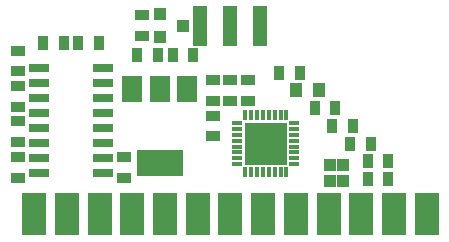
<source format=gbr>
G04 #@! TF.GenerationSoftware,KiCad,Pcbnew,(5.0.0-rc2-dev-231-ge0e0687cd)*
G04 #@! TF.CreationDate,2018-07-23T22:11:47+02:00*
G04 #@! TF.ProjectId,WiFi_Plotter,576946695F506C6F747465722E6B6963,rev?*
G04 #@! TF.SameCoordinates,Original*
G04 #@! TF.FileFunction,Soldermask,Top*
G04 #@! TF.FilePolarity,Negative*
%FSLAX46Y46*%
G04 Gerber Fmt 4.6, Leading zero omitted, Abs format (unit mm)*
G04 Created by KiCad (PCBNEW (5.0.0-rc2-dev-231-ge0e0687cd)) date Mon Jul 23 22:11:47 2018*
%MOMM*%
%LPD*%
G01*
G04 APERTURE LIST*
%ADD10R,1.100000X1.000000*%
%ADD11R,1.200000X3.350000*%
%ADD12R,0.870000X1.200000*%
%ADD13R,3.650000X3.650000*%
%ADD14R,0.900000X0.450000*%
%ADD15R,0.450000X0.900000*%
%ADD16R,1.045000X1.200000*%
%ADD17R,1.200000X0.870000*%
%ADD18R,1.000000X1.100000*%
%ADD19R,4.000000X2.200000*%
%ADD20R,1.700000X2.200000*%
%ADD21R,2.046667X3.680000*%
%ADD22R,1.700000X0.800000*%
G04 APERTURE END LIST*
D10*
X86000000Y-122000000D03*
X84000000Y-122950000D03*
X84000000Y-121050000D03*
D11*
X92540000Y-122000000D03*
X90000000Y-122000000D03*
X87460000Y-122000000D03*
D12*
X86875000Y-124500000D03*
X85125000Y-124500000D03*
X83875000Y-124500000D03*
X82125000Y-124500000D03*
X101625000Y-135000000D03*
X103375000Y-135000000D03*
D13*
X93000000Y-132000000D03*
D14*
X95400000Y-130250000D03*
X95400000Y-130750000D03*
X95400000Y-131250000D03*
X95400000Y-131750000D03*
X95400000Y-132250000D03*
X95400000Y-132750000D03*
X95400000Y-133250000D03*
X95400000Y-133750000D03*
D15*
X94750000Y-134400000D03*
X94250000Y-134400000D03*
X93750000Y-134400000D03*
X93250000Y-134400000D03*
X92750000Y-134400000D03*
X92250000Y-134400000D03*
X91750000Y-134400000D03*
X91250000Y-134400000D03*
D14*
X90600000Y-133750000D03*
X90600000Y-133250000D03*
X90600000Y-132750000D03*
X90600000Y-132250000D03*
X90600000Y-131750000D03*
X90600000Y-131250000D03*
X90600000Y-130750000D03*
X90600000Y-130250000D03*
D15*
X91250000Y-129600000D03*
X91750000Y-129600000D03*
X92250000Y-129600000D03*
X92750000Y-129600000D03*
X93250000Y-129600000D03*
X93750000Y-129600000D03*
X94250000Y-129600000D03*
X94750000Y-129600000D03*
D16*
X97462500Y-127500000D03*
X95537500Y-127500000D03*
D17*
X88500000Y-131375000D03*
X88500000Y-129625000D03*
D18*
X99550000Y-135200000D03*
X99550000Y-133800000D03*
X98450000Y-133800000D03*
X98450000Y-135200000D03*
D17*
X88500000Y-128375000D03*
X88500000Y-126625000D03*
D19*
X84000000Y-133650000D03*
D20*
X84000000Y-127350000D03*
X81700000Y-127350000D03*
X86300000Y-127350000D03*
D17*
X82500000Y-121124999D03*
X82500000Y-122874999D03*
X72000000Y-133125000D03*
X72000000Y-134875000D03*
X72000000Y-128875000D03*
X72000000Y-127125000D03*
X72000000Y-125875000D03*
X72000000Y-124125000D03*
D12*
X77125000Y-123500000D03*
X78875000Y-123500000D03*
X74125000Y-123500000D03*
X75875000Y-123500000D03*
X103375000Y-133500000D03*
X101625000Y-133500000D03*
X95875000Y-126000000D03*
X94125000Y-126000000D03*
X98875000Y-129000000D03*
X97125000Y-129000000D03*
X100125000Y-132000000D03*
X101875000Y-132000000D03*
D17*
X72000000Y-131875000D03*
X72000000Y-130125000D03*
X91500000Y-128375000D03*
X91500000Y-126625000D03*
X90000000Y-126625000D03*
X90000000Y-128375000D03*
X81000000Y-134875000D03*
X81000000Y-133125000D03*
D21*
X73380000Y-138000000D03*
X76150000Y-138000000D03*
X78920000Y-138000000D03*
X81690000Y-138000000D03*
X84460000Y-138000000D03*
X87230000Y-138000000D03*
X90000000Y-138000000D03*
X92770000Y-138000000D03*
X95540000Y-138000000D03*
X98310000Y-138000000D03*
X101080000Y-138000000D03*
X103850000Y-138000000D03*
X106620000Y-138000000D03*
D22*
X73800000Y-125555000D03*
X73800000Y-126825000D03*
X73800000Y-128095000D03*
X73800000Y-129365000D03*
X73800000Y-130635000D03*
X73800000Y-131905000D03*
X73800000Y-133175000D03*
X73800000Y-134445000D03*
X79200000Y-134445000D03*
X79200000Y-133175000D03*
X79200000Y-131905000D03*
X79200000Y-130635000D03*
X79200000Y-129365000D03*
X79200000Y-128095000D03*
X79200000Y-126825000D03*
X79200000Y-125555000D03*
D12*
X98625000Y-130500000D03*
X100375000Y-130500000D03*
M02*

</source>
